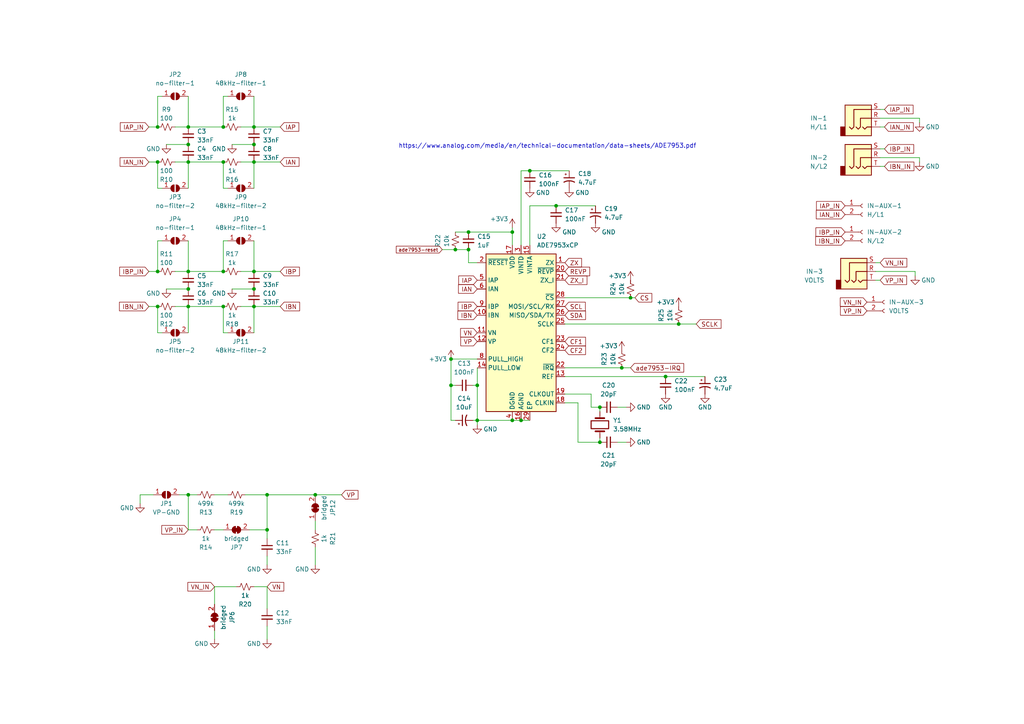
<source format=kicad_sch>
(kicad_sch (version 20211123) (generator eeschema)
  (paper "A4")
  (lib_symbols
    (symbol "Connector:AudioJack3"
      (property "Reference" "J" (at 0 8.89 0))
      (property "Value" "AudioJack3" (at 0 6.35 0))
      (symbol "AudioJack3_0_1"
        (rectangle (start -5.08 -5.08) (end -6.35 -2.54) (stroke (width 0.254)) (fill (type outline)))
        (polyline (pts (xy 0 -2.54) (xy 0.635 -3.175) (xy 1.27 -2.54) (xy 2.54 -2.54)) (stroke (width 0.254)))
        (polyline (pts (xy -1.905 -2.54) (xy -1.27 -3.175) (xy -0.635 -2.54) (xy -0.635 0) (xy 2.54 0)) (stroke (width 0.254)))
        (polyline (pts (xy 2.54 2.54) (xy -2.54 2.54) (xy -2.54 -2.54) (xy -3.175 -3.175) (xy -3.81 -2.54)) (stroke (width 0.254)))
        (rectangle (start 2.54 3.81) (end -5.08 -5.08) (stroke (width 0.254)) (fill (type background)))
      )
      (symbol "AudioJack3_1_1"
        (pin passive line (at 5.08 0 180) (length 2.54) (name "~") (number "R"))
        (pin passive line (at 5.08 2.54 180) (length 2.54) (name "~") (number "S"))
        (pin passive line (at 5.08 -2.54 180) (length 2.54) (name "~") (number "T"))
      )
    )
    (symbol "Connector:Conn_01x02_Female" (pin_names (offset 1.016) hide)
      (property "Reference" "J" (at 0 2.54 0))
      (property "Value" "Conn_01x02_Female" (at 0 -5.08 0))
      (symbol "Conn_01x02_Female_1_1"
        (arc (start 0 -2.032) (mid -0.508 -2.54) (end 0 -3.048) (stroke (width 0.1524)))
        (polyline (pts (xy -1.27 -2.54) (xy -0.508 -2.54)) (stroke (width 0.1524)))
        (polyline (pts (xy -1.27 0) (xy -0.508 0)) (stroke (width 0.1524)))
        (arc (start 0 0.508) (mid -0.508 0) (end 0 -0.508) (stroke (width 0.1524)))
        (pin passive line (at -5.08 0 0) (length 3.81) (name "Pin_1") (number "1"))
        (pin passive line (at -5.08 -2.54 0) (length 3.81) (name "Pin_2") (number "2"))
      )
    )
    (symbol "Device:C_Polarized_Small_US" (pin_numbers hide) (pin_names (offset 0.254) hide)
      (property "Reference" "C" (at 0.254 1.778 0))
      (property "Value" "C_Polarized_Small_US" (at 0.254 -2.032 0))
      (symbol "C_Polarized_Small_US_0_1"
        (polyline (pts (xy -1.524 0.508) (xy 1.524 0.508)) (stroke (width 0.3048)))
        (polyline (pts (xy -1.27 1.524) (xy -0.762 1.524)))
        (polyline (pts (xy -1.016 1.27) (xy -1.016 1.778)))
        (arc (start 1.524 -0.762) (mid 0 -0.3734) (end -1.524 -0.762) (stroke (width 0.3048)))
      )
      (symbol "C_Polarized_Small_US_1_1"
        (pin passive line (at 0 2.54 270) (length 2.032) (name "~") (number "1"))
        (pin passive line (at 0 -2.54 90) (length 2.032) (name "~") (number "2"))
      )
    )
    (symbol "Device:C_Small" (pin_numbers hide) (pin_names (offset 0.254) hide)
      (property "Reference" "C" (at 0.254 1.778 0))
      (property "Value" "C_Small" (at 0.254 -2.032 0))
      (symbol "C_Small_0_1"
        (polyline (pts (xy -1.524 -0.508) (xy 1.524 -0.508)) (stroke (width 0.3302)))
        (polyline (pts (xy -1.524 0.508) (xy 1.524 0.508)) (stroke (width 0.3048)))
      )
      (symbol "C_Small_1_1"
        (pin passive line (at 0 2.54 270) (length 2.032) (name "~") (number "1"))
        (pin passive line (at 0 -2.54 90) (length 2.032) (name "~") (number "2"))
      )
    )
    (symbol "Device:Crystal" (pin_numbers hide) (pin_names (offset 1.016) hide)
      (property "Reference" "Y" (at 0 3.81 0))
      (property "Value" "Crystal" (at 0 -3.81 0))
      (symbol "Crystal_0_1"
        (rectangle (start -1.143 2.54) (end 1.143 -2.54) (stroke (width 0.3048)))
        (polyline (pts (xy -2.54 0) (xy -1.905 0)))
        (polyline (pts (xy -1.905 -1.27) (xy -1.905 1.27)) (stroke (width 0.508)))
        (polyline (pts (xy 1.905 -1.27) (xy 1.905 1.27)) (stroke (width 0.508)))
        (polyline (pts (xy 2.54 0) (xy 1.905 0)))
      )
      (symbol "Crystal_1_1"
        (pin passive line (at -3.81 0 0) (length 1.27) (name "1") (number "1"))
        (pin passive line (at 3.81 0 180) (length 1.27) (name "2") (number "2"))
      )
    )
    (symbol "Device:R_Small_US" (pin_numbers hide) (pin_names (offset 0.254) hide)
      (property "Reference" "R" (at 0.762 0.508 0))
      (property "Value" "R_Small_US" (at 0.762 -1.016 0))
      (symbol "R_Small_US_1_1"
        (polyline (pts (xy 0 0) (xy 1.016 -0.381) (xy 0 -0.762) (xy -1.016 -1.143) (xy 0 -1.524)))
        (polyline (pts (xy 0 1.524) (xy 1.016 1.143) (xy 0 0.762) (xy -1.016 0.381) (xy 0 0)))
        (pin passive line (at 0 2.54 270) (length 1.016) (name "~") (number "1"))
        (pin passive line (at 0 -2.54 90) (length 1.016) (name "~") (number "2"))
      )
    )
    (symbol "Jumper:SolderJumper_2_Bridged" (pin_names (offset 0) hide)
      (property "Reference" "JP" (at 0 2.032 0))
      (property "Value" "SolderJumper_2_Bridged" (at 0 -2.54 0))
      (symbol "SolderJumper_2_Bridged_0_1"
        (rectangle (start -0.508 0.508) (end 0.508 -0.508) (fill (type outline)))
        (arc (start -0.254 1.016) (mid -1.27 0) (end -0.254 -1.016))
        (arc (start -0.254 1.016) (mid -1.27 0) (end -0.254 -1.016) (fill (type outline)))
        (polyline (pts (xy -0.254 1.016) (xy -0.254 -1.016)))
        (polyline (pts (xy 0.254 1.016) (xy 0.254 -1.016)))
        (arc (start 0.254 -1.016) (mid 1.27 0) (end 0.254 1.016))
        (arc (start 0.254 -1.016) (mid 1.27 0) (end 0.254 1.016) (fill (type outline)))
      )
      (symbol "SolderJumper_2_Bridged_1_1"
        (pin passive line (at -3.81 0 0) (length 2.54) (name "A") (number "1"))
        (pin passive line (at 3.81 0 180) (length 2.54) (name "B") (number "2"))
      )
    )
    (symbol "Jumper:SolderJumper_2_Open" (pin_names (offset 0) hide)
      (property "Reference" "JP" (at 0 2.032 0))
      (property "Value" "SolderJumper_2_Open" (at 0 -2.54 0))
      (symbol "SolderJumper_2_Open_0_1"
        (arc (start -0.254 1.016) (mid -1.27 0) (end -0.254 -1.016))
        (arc (start -0.254 1.016) (mid -1.27 0) (end -0.254 -1.016) (fill (type outline)))
        (polyline (pts (xy -0.254 1.016) (xy -0.254 -1.016)))
        (polyline (pts (xy 0.254 1.016) (xy 0.254 -1.016)))
        (arc (start 0.254 -1.016) (mid 1.27 0) (end 0.254 1.016))
        (arc (start 0.254 -1.016) (mid 1.27 0) (end 0.254 1.016) (fill (type outline)))
      )
      (symbol "SolderJumper_2_Open_1_1"
        (pin passive line (at -3.81 0 0) (length 2.54) (name "A") (number "1"))
        (pin passive line (at 3.81 0 180) (length 2.54) (name "B") (number "2"))
      )
    )
    (symbol "Sensor:ADE7953xCP"
      (property "Reference" "U1" (at 4.5594 27.94 0))
      (property "Value" "ADE7953xCP" (at 4.5594 25.4 0))
      (symbol "ADE7953xCP_0_1"
        (rectangle (start 10.16 -22.86) (end -10.16 22.86) (stroke (width 0.254)) (fill (type background)))
      )
      (symbol "ADE7953xCP_1_1"
        (pin output line (at 12.7 20.32 180) (length 2.54) (name "ZX") (number "1"))
        (pin input line (at -12.7 5.08 0) (length 2.54) (name "IBN") (number "10"))
        (pin input line (at -12.7 0 0) (length 2.54) (name "VN") (number "11"))
        (pin input line (at -12.7 -2.54 0) (length 2.54) (name "VP") (number "12"))
        (pin input line (at 12.7 -12.7 180) (length 2.54) (name "REF") (number "13"))
        (pin input line (at -12.7 -10.16 0) (length 2.54) (name "PULL_LOW") (number "14"))
        (pin power_out line (at 2.54 25.4 270) (length 2.54) (name "VINTA") (number "15"))
        (pin power_in line (at 0 -25.4 90) (length 2.54) (name "AGND") (number "16"))
        (pin power_in line (at -2.54 25.4 270) (length 2.54) (name "VDD") (number "17"))
        (pin input line (at 12.7 -20.32 180) (length 2.54) (name "CLKIN") (number "18"))
        (pin output line (at 12.7 -17.78 180) (length 2.54) (name "CLKOUT") (number "19"))
        (pin input line (at -12.7 20.32 0) (length 2.54) (name "~{RESET}") (number "2"))
        (pin output line (at 12.7 17.78 180) (length 2.54) (name "~{REVP}") (number "20"))
        (pin output line (at 12.7 15.24 180) (length 2.54) (name "ZX_I") (number "21"))
        (pin open_collector line (at 12.7 -10.16 180) (length 2.54) (name "~{IRQ}") (number "22"))
        (pin output line (at 12.7 -2.54 180) (length 2.54) (name "CF1") (number "23"))
        (pin output line (at 12.7 -5.08 180) (length 2.54) (name "CF2") (number "24"))
        (pin input line (at 12.7 2.54 180) (length 2.54) (name "SCLK") (number "25"))
        (pin bidirectional line (at 12.7 5.08 180) (length 2.54) (name "MISO/SDA/TX") (number "26"))
        (pin input line (at 12.7 7.62 180) (length 2.54) (name "MOSI/SCL/RX") (number "27"))
        (pin input line (at 12.7 10.16 180) (length 2.54) (name "~{CS}") (number "28"))
        (pin passive line (at 2.54 -25.4 90) (length 2.54) (name "EP") (number "29"))
        (pin power_out line (at 0 25.4 270) (length 2.54) (name "VINTD") (number "3"))
        (pin power_in line (at -2.54 -25.4 90) (length 2.54) (name "DGND") (number "4"))
        (pin input line (at -12.7 15.24 0) (length 2.54) (name "IAP") (number "5"))
        (pin input line (at -12.7 12.7 0) (length 2.54) (name "IAN") (number "6"))
        (pin input line (at -12.7 -7.62 0) (length 2.54) hide (name "PULL_HIGH") (number "7"))
        (pin input line (at -12.7 -7.62 0) (length 2.54) (name "PULL_HIGH") (number "8"))
        (pin input line (at -12.7 7.62 0) (length 2.54) (name "IBP") (number "9"))
      )
    )
    (symbol "power:+3.3V" (power) (pin_names (offset 0))
      (property "Value" "+3.3V" (at 0 3.556 0))
      (symbol "+3.3V_0_1"
        (polyline (pts (xy -0.762 1.27) (xy 0 2.54)))
        (polyline (pts (xy 0 0) (xy 0 2.54)))
        (polyline (pts (xy 0 2.54) (xy 0.762 1.27)))
      )
      (symbol "+3.3V_1_1"
        (pin power_in line (at 0 0 90) (length 0) hide (name "+3V3") (number "1"))
      )
    )
    (symbol "power:GND" (power) (pin_names (offset 0))
      (property "Value" "GND" (at 0 -3.81 0))
      (symbol "GND_0_1"
        (polyline (pts (xy 0 0) (xy 0 -1.27) (xy 1.27 -1.27) (xy 0 -2.54) (xy -1.27 -1.27) (xy 0 -1.27)))
      )
      (symbol "GND_1_1"
        (pin power_in line (at 0 0 270) (length 0) hide (name "GND") (number "1"))
      )
    )
  )
  (junction (at 173.99 118.11))
  (junction (at 45.72 88.9))
  (junction (at 91.44 143.51))
  (junction (at 54.61 41.91))
  (junction (at 45.72 46.99))
  (junction (at 161.29 59.69))
  (junction (at 64.77 36.83))
  (junction (at 151.13 121.92))
  (junction (at 193.04 109.22))
  (junction (at 130.81 104.14))
  (junction (at 45.72 78.74))
  (junction (at 64.77 88.9))
  (junction (at 54.61 78.74))
  (junction (at 182.88 86.36))
  (junction (at 64.77 46.99))
  (junction (at 135.89 67.31))
  (junction (at 73.66 36.83))
  (junction (at 196.85 93.98))
  (junction (at 54.61 46.99))
  (junction (at 54.61 36.83))
  (junction (at 54.61 83.82))
  (junction (at 54.61 88.9))
  (junction (at 132.08 72.39))
  (junction (at 138.43 111.76))
  (junction (at 180.34 106.68))
  (junction (at 130.81 111.76))
  (junction (at 64.77 78.74))
  (junction (at 73.66 88.9))
  (junction (at 148.59 67.31))
  (junction (at 73.66 46.99))
  (junction (at 73.66 41.91))
  (junction (at 153.67 49.53))
  (junction (at 73.66 78.74))
  (junction (at 135.89 72.39))
  (junction (at 148.59 121.92))
  (junction (at 54.61 143.51))
  (junction (at 138.43 121.92))
  (junction (at 77.47 143.51))
  (junction (at 173.99 128.27))
  (junction (at 45.72 36.83))
  (junction (at 73.66 83.82))
  (junction (at 77.47 153.67))
  (wire (pts (xy 64.77 27.94) (xy 64.77 36.83)))
  (wire (pts (xy 265.43 78.74) (xy 254 78.74)))
  (wire (pts (xy 193.04 109.22) (xy 204.47 109.22)))
  (wire (pts (xy 135.89 76.2) (xy 135.89 72.39)))
  (wire (pts (xy 43.18 36.83) (xy 45.72 36.83)))
  (wire (pts (xy 148.59 66.04) (xy 148.59 67.31)))
  (wire (pts (xy 77.47 143.51) (xy 91.44 143.51)))
  (wire (pts (xy 73.66 69.85) (xy 73.66 78.74)))
  (wire (pts (xy 151.13 71.12) (xy 151.13 49.53)))
  (wire (pts (xy 54.61 27.94) (xy 54.61 36.83)))
  (wire (pts (xy 130.81 104.14) (xy 130.81 111.76)))
  (wire (pts (xy 91.44 151.13) (xy 91.44 153.67)))
  (wire (pts (xy 163.83 109.22) (xy 193.04 109.22)))
  (wire (pts (xy 254 81.28) (xy 255.27 81.28)))
  (wire (pts (xy 138.43 111.76) (xy 138.43 121.92)))
  (wire (pts (xy 81.28 88.9) (xy 73.66 88.9)))
  (wire (pts (xy 54.61 88.9) (xy 64.77 88.9)))
  (wire (pts (xy 73.66 170.18) (xy 77.47 170.18)))
  (wire (pts (xy 182.88 86.36) (xy 163.83 86.36)))
  (wire (pts (xy 153.67 121.92) (xy 151.13 121.92)))
  (wire (pts (xy 163.83 114.3) (xy 171.45 114.3)))
  (wire (pts (xy 43.18 88.9) (xy 45.72 88.9)))
  (wire (pts (xy 256.54 43.18) (xy 255.27 43.18)))
  (wire (pts (xy 148.59 67.31) (xy 148.59 71.12)))
  (wire (pts (xy 138.43 121.92) (xy 138.43 123.19)))
  (wire (pts (xy 69.85 78.74) (xy 73.66 78.74)))
  (wire (pts (xy 48.26 41.91) (xy 54.61 41.91)))
  (wire (pts (xy 66.04 69.85) (xy 64.77 69.85)))
  (wire (pts (xy 67.31 83.82) (xy 73.66 83.82)))
  (wire (pts (xy 132.08 72.39) (xy 135.89 72.39)))
  (wire (pts (xy 46.99 69.85) (xy 45.72 69.85)))
  (wire (pts (xy 45.72 27.94) (xy 45.72 36.83)))
  (wire (pts (xy 46.99 96.52) (xy 45.72 96.52)))
  (wire (pts (xy 69.85 88.9) (xy 73.66 88.9)))
  (wire (pts (xy 151.13 49.53) (xy 153.67 49.53)))
  (wire (pts (xy 43.18 78.74) (xy 45.72 78.74)))
  (wire (pts (xy 73.66 27.94) (xy 73.66 36.83)))
  (wire (pts (xy 255.27 34.29) (xy 266.7 34.29)))
  (wire (pts (xy 54.61 153.67) (xy 54.61 143.51)))
  (wire (pts (xy 62.23 153.67) (xy 64.77 153.67)))
  (wire (pts (xy 40.64 143.51) (xy 40.64 146.05)))
  (wire (pts (xy 256.54 31.75) (xy 255.27 31.75)))
  (wire (pts (xy 153.67 49.53) (xy 165.1 49.53)))
  (wire (pts (xy 130.81 121.92) (xy 132.08 121.92)))
  (wire (pts (xy 77.47 153.67) (xy 77.47 156.21)))
  (wire (pts (xy 52.07 143.51) (xy 54.61 143.51)))
  (wire (pts (xy 266.7 46.99) (xy 266.7 45.72)))
  (wire (pts (xy 171.45 118.11) (xy 173.99 118.11)))
  (wire (pts (xy 48.26 83.82) (xy 54.61 83.82)))
  (wire (pts (xy 138.43 121.92) (xy 137.16 121.92)))
  (wire (pts (xy 69.85 46.99) (xy 73.66 46.99)))
  (wire (pts (xy 54.61 69.85) (xy 54.61 78.74)))
  (wire (pts (xy 163.83 116.84) (xy 167.64 116.84)))
  (wire (pts (xy 138.43 111.76) (xy 137.16 111.76)))
  (wire (pts (xy 266.7 45.72) (xy 255.27 45.72)))
  (wire (pts (xy 66.04 96.52) (xy 64.77 96.52)))
  (wire (pts (xy 64.77 96.52) (xy 64.77 88.9)))
  (wire (pts (xy 138.43 106.68) (xy 138.43 111.76)))
  (wire (pts (xy 91.44 158.75) (xy 91.44 163.83)))
  (wire (pts (xy 132.08 111.76) (xy 130.81 111.76)))
  (wire (pts (xy 201.93 93.98) (xy 196.85 93.98)))
  (wire (pts (xy 54.61 46.99) (xy 64.77 46.99)))
  (wire (pts (xy 45.72 96.52) (xy 45.72 88.9)))
  (wire (pts (xy 151.13 121.92) (xy 148.59 121.92)))
  (wire (pts (xy 73.66 88.9) (xy 73.66 96.52)))
  (wire (pts (xy 153.67 59.69) (xy 153.67 71.12)))
  (wire (pts (xy 266.7 35.56) (xy 266.7 34.29)))
  (wire (pts (xy 46.99 54.61) (xy 45.72 54.61)))
  (wire (pts (xy 182.88 106.68) (xy 180.34 106.68)))
  (wire (pts (xy 54.61 46.99) (xy 54.61 54.61)))
  (wire (pts (xy 130.81 104.14) (xy 138.43 104.14)))
  (wire (pts (xy 167.64 116.84) (xy 167.64 128.27)))
  (wire (pts (xy 67.31 41.91) (xy 73.66 41.91)))
  (wire (pts (xy 69.85 36.83) (xy 73.66 36.83)))
  (wire (pts (xy 135.89 67.31) (xy 148.59 67.31)))
  (wire (pts (xy 130.81 111.76) (xy 130.81 121.92)))
  (wire (pts (xy 71.12 143.51) (xy 77.47 143.51)))
  (wire (pts (xy 77.47 143.51) (xy 77.47 153.67)))
  (wire (pts (xy 148.59 121.92) (xy 138.43 121.92)))
  (wire (pts (xy 66.04 27.94) (xy 64.77 27.94)))
  (wire (pts (xy 153.67 59.69) (xy 161.29 59.69)))
  (wire (pts (xy 50.8 46.99) (xy 54.61 46.99)))
  (wire (pts (xy 50.8 78.74) (xy 54.61 78.74)))
  (wire (pts (xy 44.45 143.51) (xy 40.64 143.51)))
  (wire (pts (xy 46.99 27.94) (xy 45.72 27.94)))
  (wire (pts (xy 138.43 76.2) (xy 135.89 76.2)))
  (wire (pts (xy 132.08 67.31) (xy 135.89 67.31)))
  (wire (pts (xy 73.66 46.99) (xy 73.66 54.61)))
  (wire (pts (xy 57.15 153.67) (xy 54.61 153.67)))
  (wire (pts (xy 255.27 76.2) (xy 254 76.2)))
  (wire (pts (xy 62.23 170.18) (xy 68.58 170.18)))
  (wire (pts (xy 91.44 143.51) (xy 99.06 143.51)))
  (wire (pts (xy 128.27 72.39) (xy 132.08 72.39)))
  (wire (pts (xy 163.83 106.68) (xy 180.34 106.68)))
  (wire (pts (xy 179.07 118.11) (xy 181.61 118.11)))
  (wire (pts (xy 66.04 54.61) (xy 64.77 54.61)))
  (wire (pts (xy 77.47 181.61) (xy 77.47 185.42)))
  (wire (pts (xy 173.99 118.11) (xy 173.99 119.38)))
  (wire (pts (xy 171.45 114.3) (xy 171.45 118.11)))
  (wire (pts (xy 50.8 36.83) (xy 54.61 36.83)))
  (wire (pts (xy 54.61 143.51) (xy 57.15 143.51)))
  (wire (pts (xy 81.28 78.74) (xy 73.66 78.74)))
  (wire (pts (xy 77.47 170.18) (xy 77.47 176.53)))
  (wire (pts (xy 256.54 36.83) (xy 255.27 36.83)))
  (wire (pts (xy 62.23 182.88) (xy 62.23 185.42)))
  (wire (pts (xy 77.47 161.29) (xy 77.47 163.83)))
  (wire (pts (xy 179.07 128.27) (xy 181.61 128.27)))
  (wire (pts (xy 62.23 175.26) (xy 62.23 170.18)))
  (wire (pts (xy 167.64 128.27) (xy 173.99 128.27)))
  (wire (pts (xy 64.77 54.61) (xy 64.77 46.99)))
  (wire (pts (xy 54.61 88.9) (xy 54.61 96.52)))
  (wire (pts (xy 72.39 153.67) (xy 77.47 153.67)))
  (wire (pts (xy 265.43 80.01) (xy 265.43 78.74)))
  (wire (pts (xy 54.61 36.83) (xy 64.77 36.83)))
  (wire (pts (xy 54.61 78.74) (xy 64.77 78.74)))
  (wire (pts (xy 173.99 127) (xy 173.99 128.27)))
  (wire (pts (xy 64.77 69.85) (xy 64.77 78.74)))
  (wire (pts (xy 161.29 59.69) (xy 172.72 59.69)))
  (wire (pts (xy 184.15 86.36) (xy 182.88 86.36)))
  (wire (pts (xy 81.28 46.99) (xy 73.66 46.99)))
  (wire (pts (xy 255.27 48.26) (xy 256.54 48.26)))
  (wire (pts (xy 50.8 88.9) (xy 54.61 88.9)))
  (wire (pts (xy 43.18 46.99) (xy 45.72 46.99)))
  (wire (pts (xy 196.85 93.98) (xy 163.83 93.98)))
  (wire (pts (xy 62.23 143.51) (xy 66.04 143.51)))
  (wire (pts (xy 45.72 69.85) (xy 45.72 78.74)))
  (wire (pts (xy 81.28 36.83) (xy 73.66 36.83)))
  (wire (pts (xy 45.72 54.61) (xy 45.72 46.99)))
  (text "https://www.analog.com/media/en/technical-documentation/data-sheets/ADE7953.pdf\n" (at 115.57 43.18 0) (effects (font (size 1.27 1.27)) (justify left bottom)))
  (global_label "REVP" (shape input) (at 163.83 78.74 0) (property "Intersheet References" "${INTERSHEET_REFS}" (effects hide)))
  (global_label "IBN_IN" (shape input) (at 256.54 48.26 0) (property "Intersheet References" "${INTERSHEET_REFS}" (effects hide)))
  (global_label "VN_IN" (shape input) (at 62.23 170.18 180) (property "Intersheet References" "${INTERSHEET_REFS}" (effects hide)))
  (global_label "IBN" (shape input) (at 81.28 88.9 0) (property "Intersheet References" "${INTERSHEET_REFS}" (effects hide)))
  (global_label "IBP" (shape input) (at 81.28 78.74 0) (property "Intersheet References" "${INTERSHEET_REFS}" (effects hide)))
  (global_label "IAN_IN" (shape input) (at 43.18 46.99 180) (property "Intersheet References" "${INTERSHEET_REFS}" (effects hide)))
  (global_label "IBP_IN" (shape input) (at 245.11 67.31 180) (property "Intersheet References" "${INTERSHEET_REFS}" (effects hide)))
  (global_label "VP" (shape input) (at 99.06 143.51 0) (property "Intersheet References" "${INTERSHEET_REFS}" (effects hide)))
  (global_label "VN_IN" (shape input) (at 255.27 76.2 0) (property "Intersheet References" "${INTERSHEET_REFS}" (effects hide)))
  (global_label "IAP_IN" (shape input) (at 245.11 59.69 180) (property "Intersheet References" "${INTERSHEET_REFS}" (effects hide)))
  (global_label "SCL" (shape input) (at 163.83 88.9 0) (property "Intersheet References" "${INTERSHEET_REFS}" (effects hide)))
  (global_label "ade7953-IRQ" (shape input) (at 182.88 106.68 0) (property "Intersheet References" "${INTERSHEET_REFS}" (effects hide)))
  (global_label "VP" (shape input) (at 138.43 99.06 180) (property "Intersheet References" "${INTERSHEET_REFS}" (effects hide)))
  (global_label "IAN" (shape input) (at 138.43 83.82 180) (property "Intersheet References" "${INTERSHEET_REFS}" (effects hide)))
  (global_label "VP_IN" (shape input) (at 54.61 153.67 180) (property "Intersheet References" "${INTERSHEET_REFS}" (effects hide)))
  (global_label "IAP_IN" (shape input) (at 43.18 36.83 180) (property "Intersheet References" "${INTERSHEET_REFS}" (effects hide)))
  (global_label "IBN_IN" (shape input) (at 245.11 69.85 180) (property "Intersheet References" "${INTERSHEET_REFS}" (effects hide)))
  (global_label "VP_IN" (shape input) (at 251.46 90.17 180) (property "Intersheet References" "${INTERSHEET_REFS}" (effects hide)))
  (global_label "SCLK" (shape input) (at 201.93 93.98 0) (property "Intersheet References" "${INTERSHEET_REFS}" (effects hide)))
  (global_label "VN_IN" (shape input) (at 251.46 87.63 180) (property "Intersheet References" "${INTERSHEET_REFS}" (effects hide)))
  (global_label "CF1" (shape input) (at 163.83 99.06 0) (property "Intersheet References" "${INTERSHEET_REFS}" (effects hide)))
  (global_label "IAP" (shape input) (at 81.28 36.83 0) (property "Intersheet References" "${INTERSHEET_REFS}" (effects hide)))
  (global_label "VP_IN" (shape input) (at 255.27 81.28 0) (property "Intersheet References" "${INTERSHEET_REFS}" (effects hide)))
  (global_label "IAN_IN" (shape input) (at 245.11 62.23 180) (property "Intersheet References" "${INTERSHEET_REFS}" (effects hide)))
  (global_label "IAP_IN" (shape input) (at 256.54 31.75 0) (property "Intersheet References" "${INTERSHEET_REFS}" (effects hide)))
  (global_label "ZX" (shape input) (at 163.83 76.2 0) (property "Intersheet References" "${INTERSHEET_REFS}" (effects hide)))
  (global_label "CS" (shape input) (at 184.15 86.36 0) (property "Intersheet References" "${INTERSHEET_REFS}" (effects hide)))
  (global_label "IAP" (shape input) (at 138.43 81.28 180) (property "Intersheet References" "${INTERSHEET_REFS}" (effects hide)))
  (global_label "IBN" (shape input) (at 138.43 91.44 180) (property "Intersheet References" "${INTERSHEET_REFS}" (effects hide)))
  (global_label "SDA" (shape input) (at 163.83 91.44 0) (property "Intersheet References" "${INTERSHEET_REFS}" (effects hide)))
  (global_label "IAN_IN" (shape input) (at 256.54 36.83 0) (property "Intersheet References" "${INTERSHEET_REFS}" (effects hide)))
  (global_label "ZX_I" (shape input) (at 163.83 81.28 0) (property "Intersheet References" "${INTERSHEET_REFS}" (effects hide)))
  (global_label "VN" (shape input) (at 77.47 170.18 0) (property "Intersheet References" "${INTERSHEET_REFS}" (effects hide)))
  (global_label "ade7953-reset" (shape input) (at 128.27 72.39 180) (effects (font (size 1 1))) (property "Intersheet References" "${INTERSHEET_REFS}" (effects hide)))
  (global_label "IBP_IN" (shape input) (at 43.18 78.74 180) (property "Intersheet References" "${INTERSHEET_REFS}" (effects hide)))
  (global_label "IBN_IN" (shape input) (at 43.18 88.9 180) (property "Intersheet References" "${INTERSHEET_REFS}" (effects hide)))
  (global_label "VN" (shape input) (at 138.43 96.52 180) (property "Intersheet References" "${INTERSHEET_REFS}" (effects hide)))
  (global_label "IAN" (shape input) (at 81.28 46.99 0) (property "Intersheet References" "${INTERSHEET_REFS}" (effects hide)))
  (global_label "IBP" (shape input) (at 138.43 88.9 180) (property "Intersheet References" "${INTERSHEET_REFS}" (effects hide)))
  (global_label "CF2" (shape input) (at 163.83 101.6 0) (property "Intersheet References" "${INTERSHEET_REFS}" (effects hide)))
  (global_label "IBP_IN" (shape input) (at 256.54 43.18 0) (property "Intersheet References" "${INTERSHEET_REFS}" (effects hide)))
  (symbol (lib_id "Device:C_Small") (at 153.67 52.07 0) (unit 1)
    (property "Reference" "C16" (at 156.21 50.8062 0) (effects (justify left)))
    (property "Value" "100nF" (at 156.21 53.3462 0) (effects (justify left)))
    (property "Footprint" "LED_SMD:LED_0603_1608Metric" (effects hide))
    (property "JLCPCB Part #" "C14663" (effects hide))
  )
  (symbol (lib_id "Device:C_Polarized_Small_US") (at 165.1 52.07 0) (unit 1)
    (property "Reference" "C18" (at 167.64 50.3681 0) (effects (justify left)))
    (property "Value" "4.7uF" (at 167.64 52.9081 0) (effects (justify left)))
    (property "Footprint" "Capacitor_THT:CP_Radial_D5.0mm_P2.00mm" (effects hide))
    (property "JLCPCB Part #" "C88759" (effects hide))
  )
  (symbol (lib_id "Device:R_Small_US") (at 67.31 78.74 90) (unit 1)
    (property "Reference" "R17" (at 67.31 73.66 90))
    (property "Value" "1k" (at 67.31 76.2 90))
    (property "Footprint" "Resistor_SMD:R_0603_1608Metric" (effects hide))
    (property "JLCPCB Part #" "C21190" (effects hide))
  )
  (symbol (lib_id "Device:C_Small") (at 176.53 118.11 90) (unit 1)
    (property "Reference" "C20" (at 176.5363 111.76 90))
    (property "Value" "20pF" (at 176.5363 114.3 90))
    (property "Footprint" "LED_SMD:LED_0603_1608Metric" (effects hide))
    (property "JLCPCB Part #" "C1648" (effects hide))
  )
  (symbol (lib_id "power:GND") (at 153.67 54.61 0) (unit 1)
    (property "Reference" "#PWR0145" (effects hide))
    (property "Value" "GND" (at 157.48 55.88 0))
  )
  (symbol (lib_id "power:GND") (at 48.26 83.82 0) (unit 1)
    (property "Reference" "#PWR0137" (effects hide))
    (property "Value" "GND" (at 44.45 85.09 0))
  )
  (symbol (lib_id "Device:C_Polarized_Small_US") (at 172.72 62.23 0) (unit 1)
    (property "Reference" "C19" (at 175.26 60.5281 0) (effects (justify left)))
    (property "Value" "4.7uF" (at 175.26 63.0681 0) (effects (justify left)))
    (property "Footprint" "Capacitor_THT:CP_Radial_D5.0mm_P2.00mm" (effects hide))
    (property "JLCPCB Part #" "C88759" (effects hide))
  )
  (symbol (lib_id "Device:C_Polarized_Small_US") (at 134.62 121.92 90) (unit 1)
    (property "Reference" "C14" (at 134.62 115.57 90))
    (property "Value" "10uF" (at 134.62 118.11 90))
    (property "Footprint" "Capacitor_THT:CP_Radial_D5.0mm_P2.00mm" (effects hide))
    (property "JLCPCB Part #" "C88726" (effects hide))
  )
  (symbol (lib_id "Jumper:SolderJumper_2_Bridged") (at 91.44 147.32 90) (unit 1)
    (property "Reference" "JP12" (at 96.52 147.32 0))
    (property "Value" "bridged" (at 93.98 147.32 0))
    (property "Footprint" "Jumper:SolderJumper-2_P1.3mm_Bridged_RoundedPad1.0x1.5mm" (effects hide))
  )
  (symbol (lib_id "power:GND") (at 77.47 185.42 0) (unit 1)
    (property "Reference" "#PWR0133" (effects hide))
    (property "Value" "GND" (at 73.66 186.69 0))
  )
  (symbol (lib_id "power:GND") (at 40.64 146.05 0) (unit 1)
    (property "Reference" "#PWR0135" (effects hide))
    (property "Value" "GND" (at 36.83 147.32 0))
  )
  (symbol (lib_id "Device:C_Small") (at 73.66 86.36 0) (unit 1)
    (property "Reference" "C10" (at 76.2 85.0962 0) (effects (justify left)))
    (property "Value" "33nF" (at 76.2 87.6362 0) (effects (justify left)))
    (property "Footprint" "LED_SMD:LED_0603_1608Metric" (effects hide))
    (property "JLCPCB Part #" "C21117" (effects hide))
  )
  (symbol (lib_id "Device:R_Small_US") (at 59.69 153.67 270) (unit 1)
    (property "Reference" "R14" (at 59.69 158.75 90))
    (property "Value" "1k" (at 59.69 156.21 90))
    (property "Footprint" "Resistor_SMD:R_0603_1608Metric" (effects hide))
    (property "JLCPCB Part #" "C21190" (effects hide))
  )
  (symbol (lib_id "Jumper:SolderJumper_2_Open") (at 69.85 69.85 0) (unit 1)
    (property "Reference" "JP10" (at 69.85 63.5 0))
    (property "Value" "48kHz-filter-1" (at 69.85 66.04 0))
    (property "Footprint" "Jumper:SolderJumper-2_P1.3mm_Open_RoundedPad1.0x1.5mm" (effects hide))
  )
  (symbol (lib_id "Device:R_Small_US") (at 132.08 69.85 180) (unit 1)
    (property "Reference" "R22" (at 127 69.85 90))
    (property "Value" "10k" (at 129.54 69.85 90))
    (property "Footprint" "Resistor_SMD:R_0603_1608Metric" (effects hide))
    (property "JLCPCB Part #" "C25804" (effects hide))
  )
  (symbol (lib_id "Connector:AudioJack3") (at 250.19 45.72 0) (unit 1)
    (property "Reference" "IN-2" (at 237.49 45.72 0))
    (property "Value" "N/L2" (at 237.49 48.26 0))
    (property "Footprint" "Connector_Audio:Jack_3.5mm_CUI_SJ1-3525N_Horizontal" (effects hide))
    (property "JLCPCB Part #" "C692542" (effects hide))
  )
  (symbol (lib_id "Device:C_Small") (at 73.66 81.28 0) (unit 1)
    (property "Reference" "C9" (at 76.2 80.0162 0) (effects (justify left)))
    (property "Value" "33nF" (at 76.2 82.5562 0) (effects (justify left)))
    (property "Footprint" "LED_SMD:LED_0603_1608Metric" (effects hide))
    (property "JLCPCB Part #" "C21117" (effects hide))
  )
  (symbol (lib_id "power:GND") (at 67.31 41.91 0) (unit 1)
    (property "Reference" "#PWR0130" (effects hide))
    (property "Value" "GND" (at 63.5 43.18 0))
  )
  (symbol (lib_id "power:+3.3V") (at 196.85 88.9 0) (unit 1)
    (property "Reference" "#PWR0154" (effects hide))
    (property "Value" "+3.3V" (at 193.04 87.63 0))
  )
  (symbol (lib_id "Device:R_Small_US") (at 67.31 88.9 270) (unit 1)
    (property "Reference" "R18" (at 67.31 93.98 90))
    (property "Value" "1k" (at 67.31 91.44 90))
    (property "Footprint" "Resistor_SMD:R_0603_1608Metric" (effects hide))
    (property "JLCPCB Part #" "C21190" (effects hide))
  )
  (symbol (lib_id "power:GND") (at 204.47 114.3 0) (unit 1)
    (property "Reference" "#PWR0149" (effects hide))
    (property "Value" "GND" (at 204.47 118.11 0))
  )
  (symbol (lib_id "Connector:Conn_01x02_Female") (at 256.54 87.63 0) (unit 1)
    (property "Reference" "IN-AUX-3" (at 257.81 87.6299 0) (effects (justify left)))
    (property "Value" "VOLTS" (at 257.81 90.1699 0) (effects (justify left)))
    (property "Footprint" "Connector_PinHeader_2.54mm:PinHeader_1x02_P2.54mm_Vertical" (effects hide))
  )
  (symbol (lib_id "Device:C_Small") (at 54.61 44.45 0) (unit 1)
    (property "Reference" "C4" (at 57.15 43.1862 0) (effects (justify left)))
    (property "Value" "33nF" (at 57.15 45.7262 0) (effects (justify left)))
    (property "Footprint" "LED_SMD:LED_0603_1608Metric" (effects hide))
    (property "JLCPCB Part #" "C21117" (effects hide))
  )
  (symbol (lib_id "power:GND") (at 266.7 35.56 0) (unit 1)
    (property "Reference" "#PWR0138" (effects hide))
    (property "Value" "GND" (at 270.51 36.83 0))
  )
  (symbol (lib_id "Device:C_Small") (at 161.29 62.23 0) (unit 1)
    (property "Reference" "C17" (at 163.83 60.9662 0) (effects (justify left)))
    (property "Value" "100nF" (at 163.83 63.5062 0) (effects (justify left)))
    (property "Footprint" "LED_SMD:LED_0603_1608Metric" (effects hide))
    (property "JLCPCB Part #" "C14663" (effects hide))
  )
  (symbol (lib_id "Device:C_Small") (at 54.61 81.28 0) (unit 1)
    (property "Reference" "C5" (at 57.15 80.0162 0) (effects (justify left)))
    (property "Value" "33nF" (at 57.15 82.5562 0) (effects (justify left)))
    (property "Footprint" "LED_SMD:LED_0603_1608Metric" (effects hide))
    (property "JLCPCB Part #" "C21117" (effects hide))
  )
  (symbol (lib_id "power:+3.3V") (at 182.88 81.28 0) (unit 1)
    (property "Reference" "#PWR0146" (effects hide))
    (property "Value" "+3.3V" (at 179.07 80.01 0))
  )
  (symbol (lib_id "Device:Crystal") (at 173.99 123.19 90) (unit 1)
    (property "Reference" "Y1" (at 177.8 121.9199 90) (effects (justify right)))
    (property "Value" "3.58MHz" (at 177.8 124.4599 90) (effects (justify right)))
    (property "Footprint" "Crystal:Crystal_HC49-4H_Vertical" (effects hide))
    (property "JLCPCB Part #" "C2826865" (effects hide))
  )
  (symbol (lib_id "power:GND") (at 181.61 118.11 90) (unit 1)
    (property "Reference" "#PWR0150" (effects hide))
    (property "Value" "GND" (at 186.69 118.11 90))
  )
  (symbol (lib_id "Connector:Conn_01x02_Female") (at 250.19 59.69 0) (unit 1)
    (property "Reference" "IN-AUX-1" (at 251.46 59.6899 0) (effects (justify left)))
    (property "Value" "H/L1" (at 251.46 62.2299 0) (effects (justify left)))
    (property "Footprint" "Connector_PinHeader_2.54mm:PinHeader_1x02_P2.54mm_Vertical" (effects hide))
  )
  (symbol (lib_id "Device:R_Small_US") (at 67.31 46.99 270) (unit 1)
    (property "Reference" "R16" (at 67.31 52.07 90))
    (property "Value" "1k" (at 67.31 49.53 90))
    (property "Footprint" "Resistor_SMD:R_0603_1608Metric" (effects hide))
    (property "JLCPCB Part #" "C21190" (effects hide))
  )
  (symbol (lib_id "Device:R_Small_US") (at 67.31 36.83 90) (unit 1)
    (property "Reference" "R15" (at 67.31 31.75 90))
    (property "Value" "1k" (at 67.31 34.29 90))
    (property "Footprint" "Resistor_SMD:R_0603_1608Metric" (effects hide))
    (property "JLCPCB Part #" "C21190" (effects hide))
  )
  (symbol (lib_id "Jumper:SolderJumper_2_Open") (at 69.85 27.94 0) (unit 1)
    (property "Reference" "JP8" (at 69.85 21.59 0))
    (property "Value" "48kHz-filter-1" (at 69.85 24.13 0))
    (property "Footprint" "Jumper:SolderJumper-2_P1.3mm_Open_RoundedPad1.0x1.5mm" (effects hide))
  )
  (symbol (lib_id "power:GND") (at 181.61 128.27 90) (unit 1)
    (property "Reference" "#PWR0152" (effects hide))
    (property "Value" "GND" (at 186.69 128.27 90))
  )
  (symbol (lib_id "Device:C_Small") (at 134.62 111.76 90) (unit 1)
    (property "Reference" "C13" (at 134.6263 105.41 90))
    (property "Value" "100nF" (at 134.6263 107.95 90))
    (property "Footprint" "LED_SMD:LED_0603_1608Metric" (effects hide))
    (property "JLCPCB Part #" "C14663" (effects hide))
  )
  (symbol (lib_id "Device:R_Small_US") (at 68.58 143.51 270) (unit 1)
    (property "Reference" "R19" (at 68.58 148.59 90))
    (property "Value" "499k" (at 68.58 146.05 90))
    (property "Footprint" "Resistor_SMD:R_0603_1608Metric" (effects hide))
    (property "JLCPCB Part #" "C131054" (effects hide))
  )
  (symbol (lib_id "Jumper:SolderJumper_2_Open") (at 69.85 96.52 0) (unit 1)
    (property "Reference" "JP11" (at 69.85 99.06 0))
    (property "Value" "48kHz-filter-2" (at 69.85 101.6 0))
    (property "Footprint" "Jumper:SolderJumper-2_P1.3mm_Open_RoundedPad1.0x1.5mm" (effects hide))
  )
  (symbol (lib_id "Jumper:SolderJumper_2_Open") (at 69.85 54.61 0) (unit 1)
    (property "Reference" "JP9" (at 69.85 57.15 0))
    (property "Value" "48kHz-filter-2" (at 69.85 59.69 0))
    (property "Footprint" "Jumper:SolderJumper-2_P1.3mm_Open_RoundedPad1.0x1.5mm" (effects hide))
  )
  (symbol (lib_id "Device:R_Small_US") (at 91.44 156.21 0) (unit 1)
    (property "Reference" "R21" (at 96.52 156.21 90))
    (property "Value" "1k" (at 93.98 156.21 90))
    (property "Footprint" "Resistor_SMD:R_0603_1608Metric" (effects hide))
    (property "JLCPCB Part #" "C21190" (effects hide))
  )
  (symbol (lib_id "power:GND") (at 165.1 54.61 0) (unit 1)
    (property "Reference" "#PWR0144" (effects hide))
    (property "Value" "GND" (at 168.91 55.88 0))
  )
  (symbol (lib_id "Connector:AudioJack3") (at 248.92 78.74 0) (unit 1)
    (property "Reference" "IN-3" (at 236.22 78.74 0))
    (property "Value" "VOLTS" (at 236.22 81.28 0))
    (property "Footprint" "Connector_Audio:Jack_3.5mm_CUI_SJ1-3525N_Horizontal" (effects hide))
    (property "JLCPCB Part #" "C692542" (effects hide))
  )
  (symbol (lib_id "power:GND") (at 161.29 64.77 0) (unit 1)
    (property "Reference" "#PWR0141" (effects hide))
    (property "Value" "GND" (at 165.1 67.31 0))
  )
  (symbol (lib_id "Device:C_Small") (at 193.04 111.76 0) (unit 1)
    (property "Reference" "C22" (at 195.58 110.4962 0) (effects (justify left)))
    (property "Value" "100nF" (at 195.58 113.0362 0) (effects (justify left)))
    (property "Footprint" "LED_SMD:LED_0603_1608Metric" (effects hide))
    (property "JLCPCB Part #" "C14663" (effects hide))
  )
  (symbol (lib_id "Device:R_Small_US") (at 196.85 91.44 180) (unit 1)
    (property "Reference" "R25" (at 191.77 91.44 90))
    (property "Value" "10k" (at 194.31 91.44 90))
    (property "Footprint" "Resistor_SMD:R_0603_1608Metric" (effects hide))
    (property "JLCPCB Part #" "C25804" (effects hide))
  )
  (symbol (lib_id "Device:R_Small_US") (at 48.26 36.83 90) (unit 1)
    (property "Reference" "R9" (at 48.26 31.75 90))
    (property "Value" "100" (at 48.26 34.29 90))
    (property "Footprint" "Resistor_SMD:R_0603_1608Metric" (effects hide))
    (property "JLCPCB Part #" "C22775" (effects hide))
  )
  (symbol (lib_id "Device:C_Small") (at 77.47 158.75 0) (unit 1)
    (property "Reference" "C11" (at 80.01 157.4862 0) (effects (justify left)))
    (property "Value" "33nF" (at 80.01 160.0262 0) (effects (justify left)))
    (property "Footprint" "LED_SMD:LED_0603_1608Metric" (effects hide))
    (property "JLCPCB Part #" "C21117" (effects hide))
  )
  (symbol (lib_id "Sensor:ADE7953xCP") (at 151.13 96.52 0) (unit 1)
    (property "Reference" "U2" (at 155.6894 68.58 0) (effects (justify left)))
    (property "Value" "ADE7953xCP" (at 155.6894 71.12 0) (effects (justify left)))
    (property "Footprint" "Package_CSP:LFCSP-28-1EP_5x5mm_P0.5mm_EP3.14x3.14mm" (effects hide))
    (property "Datasheet" "https://www.analog.com/media/en/technical-documentation/data-sheets/ADE7953.pdf" (effects hide))
    (property "JLCPCB Part #" "C515890" (effects hide))
  )
  (symbol (lib_id "power:GND") (at 265.43 80.01 0) (unit 1)
    (property "Reference" "#PWR0140" (effects hide))
    (property "Value" "GND" (at 269.24 81.28 0))
  )
  (symbol (lib_id "Device:R_Small_US") (at 180.34 104.14 180) (unit 1)
    (property "Reference" "R23" (at 175.26 104.14 90))
    (property "Value" "10k" (at 177.8 104.14 90))
    (property "Footprint" "Resistor_SMD:R_0603_1608Metric" (effects hide))
    (property "JLCPCB Part #" "C25804" (effects hide))
  )
  (symbol (lib_id "power:GND") (at 266.7 46.99 0) (unit 1)
    (property "Reference" "#PWR0139" (effects hide))
    (property "Value" "GND" (at 270.51 48.26 0))
  )
  (symbol (lib_id "Connector:Conn_01x02_Female") (at 250.19 67.31 0) (unit 1)
    (property "Reference" "IN-AUX-2" (at 251.46 67.3099 0) (effects (justify left)))
    (property "Value" "N/L2" (at 251.46 69.8499 0) (effects (justify left)))
    (property "Footprint" "Connector_PinHeader_2.54mm:PinHeader_1x02_P2.54mm_Vertical" (effects hide))
  )
  (symbol (lib_id "power:GND") (at 172.72 64.77 0) (unit 1)
    (property "Reference" "#PWR0142" (effects hide))
    (property "Value" "GND" (at 176.53 67.31 0))
  )
  (symbol (lib_id "Device:C_Small") (at 54.61 39.37 0) (unit 1)
    (property "Reference" "C3" (at 57.15 38.1062 0) (effects (justify left)))
    (property "Value" "33nF" (at 57.15 40.6462 0) (effects (justify left)))
    (property "Footprint" "LED_SMD:LED_0603_1608Metric" (effects hide))
    (property "JLCPCB Part #" "C21117" (effects hide))
  )
  (symbol (lib_id "power:GND") (at 138.43 123.19 0) (unit 1)
    (property "Reference" "#PWR0148" (effects hide))
    (property "Value" "GND" (at 142.24 124.46 0))
  )
  (symbol (lib_id "Device:R_Small_US") (at 182.88 83.82 180) (unit 1)
    (property "Reference" "R24" (at 177.8 83.82 90))
    (property "Value" "10k" (at 180.34 83.82 90))
    (property "Footprint" "Resistor_SMD:R_0603_1608Metric" (effects hide))
    (property "JLCPCB Part #" "C25804" (effects hide))
  )
  (symbol (lib_id "power:GND") (at 48.26 41.91 0) (unit 1)
    (property "Reference" "#PWR0129" (effects hide))
    (property "Value" "GND" (at 44.45 43.18 0))
  )
  (symbol (lib_id "Device:R_Small_US") (at 48.26 78.74 90) (unit 1)
    (property "Reference" "R11" (at 48.26 73.66 90))
    (property "Value" "100" (at 48.26 76.2 90))
    (property "Footprint" "Resistor_SMD:R_0603_1608Metric" (effects hide))
    (property "JLCPCB Part #" "C22775" (effects hide))
  )
  (symbol (lib_id "power:GND") (at 62.23 185.42 0) (unit 1)
    (property "Reference" "#PWR0134" (effects hide))
    (property "Value" "GND" (at 58.42 186.69 0))
  )
  (symbol (lib_id "power:GND") (at 91.44 163.83 0) (unit 1)
    (property "Reference" "#PWR0131" (effects hide))
    (property "Value" "GND" (at 87.63 165.1 0))
  )
  (symbol (lib_id "Connector:AudioJack3") (at 250.19 34.29 0) (unit 1)
    (property "Reference" "IN-1" (at 237.49 34.29 0))
    (property "Value" "H/L1" (at 237.49 36.83 0))
    (property "Footprint" "Connector_Audio:Jack_3.5mm_CUI_SJ1-3525N_Horizontal" (effects hide))
    (property "JLCPCB Part #" "C692542" (effects hide))
  )
  (symbol (lib_id "Jumper:SolderJumper_2_Open") (at 50.8 96.52 0) (unit 1)
    (property "Reference" "JP5" (at 50.8 99.06 0))
    (property "Value" "no-filter-2" (at 50.8 101.6 0))
    (property "Footprint" "Jumper:SolderJumper-2_P1.3mm_Open_RoundedPad1.0x1.5mm" (effects hide))
  )
  (symbol (lib_id "Device:R_Small_US") (at 71.12 170.18 270) (unit 1)
    (property "Reference" "R20" (at 71.12 175.26 90))
    (property "Value" "1k" (at 71.12 172.72 90))
    (property "Footprint" "Resistor_SMD:R_0603_1608Metric" (effects hide))
    (property "JLCPCB Part #" "C21190" (effects hide))
  )
  (symbol (lib_id "Device:C_Small") (at 73.66 44.45 0) (unit 1)
    (property "Reference" "C8" (at 76.2 43.1862 0) (effects (justify left)))
    (property "Value" "33nF" (at 76.2 45.7262 0) (effects (justify left)))
    (property "Footprint" "LED_SMD:LED_0603_1608Metric" (effects hide))
    (property "JLCPCB Part #" "C21117" (effects hide))
  )
  (symbol (lib_id "power:GND") (at 77.47 163.83 0) (unit 1)
    (property "Reference" "#PWR0132" (effects hide))
    (property "Value" "GND" (at 73.66 165.1 0))
  )
  (symbol (lib_id "Device:R_Small_US") (at 48.26 88.9 270) (unit 1)
    (property "Reference" "R12" (at 48.26 93.98 90))
    (property "Value" "100" (at 48.26 91.44 90))
    (property "Footprint" "Resistor_SMD:R_0603_1608Metric" (effects hide))
    (property "JLCPCB Part #" "C22775" (effects hide))
  )
  (symbol (lib_id "power:+3.3V") (at 130.81 104.14 0) (unit 1)
    (property "Reference" "#PWR0147" (effects hide))
    (property "Value" "+3.3V" (at 127 104.14 0))
  )
  (symbol (lib_id "Device:C_Polarized_Small_US") (at 204.47 111.76 0) (unit 1)
    (property "Reference" "C23" (at 207.01 110.0581 0) (effects (justify left)))
    (property "Value" "4.7uF" (at 207.01 112.5981 0) (effects (justify left)))
    (property "Footprint" "Capacitor_THT:CP_Radial_D5.0mm_P2.00mm" (effects hide))
    (property "JLCPCB Part #" "C88759" (effects hide))
  )
  (symbol (lib_id "Device:C_Small") (at 77.47 179.07 0) (unit 1)
    (property "Reference" "C12" (at 80.01 177.8062 0) (effects (justify left)))
    (property "Value" "33nF" (at 80.01 180.3462 0) (effects (justify left)))
    (property "Footprint" "LED_SMD:LED_0603_1608Metric" (effects hide))
    (property "JLCPCB Part #" "C21117" (effects hide))
  )
  (symbol (lib_id "Jumper:SolderJumper_2_Bridged") (at 68.58 153.67 0) (unit 1)
    (property "Reference" "JP7" (at 68.58 158.75 0))
    (property "Value" "bridged" (at 68.58 156.21 0))
    (property "Footprint" "Jumper:SolderJumper-2_P1.3mm_Bridged_RoundedPad1.0x1.5mm" (effects hide))
  )
  (symbol (lib_id "power:GND") (at 193.04 114.3 0) (unit 1)
    (property "Reference" "#PWR0151" (effects hide))
    (property "Value" "GND" (at 193.04 118.11 0))
  )
  (symbol (lib_id "power:+3.3V") (at 180.34 101.6 0) (unit 1)
    (property "Reference" "#PWR0153" (effects hide))
    (property "Value" "+3.3V" (at 176.53 100.33 0))
  )
  (symbol (lib_id "Device:C_Small") (at 135.89 69.85 0) (unit 1)
    (property "Reference" "C15" (at 138.43 68.5862 0) (effects (justify left)))
    (property "Value" "1uF" (at 138.43 71.1262 0) (effects (justify left)))
    (property "Footprint" "LED_SMD:LED_0603_1608Metric" (effects hide))
    (property "JLCPCB Part #" "C15849" (effects hide))
  )
  (symbol (lib_id "Device:C_Small") (at 73.66 39.37 0) (unit 1)
    (property "Reference" "C7" (at 76.2 38.1062 0) (effects (justify left)))
    (property "Value" "33nF" (at 76.2 40.6462 0) (effects (justify left)))
    (property "Footprint" "LED_SMD:LED_0603_1608Metric" (effects hide))
    (property "JLCPCB Part #" "C21117" (effects hide))
  )
  (symbol (lib_id "Device:C_Small") (at 176.53 128.27 90) (unit 1)
    (property "Reference" "C21" (at 176.53 132.08 90))
    (property "Value" "20pF" (at 176.53 134.62 90))
    (property "Footprint" "LED_SMD:LED_0603_1608Metric" (effects hide))
    (property "JLCPCB Part #" "C1648" (effects hide))
  )
  (symbol (lib_id "power:GND") (at 67.31 83.82 0) (unit 1)
    (property "Reference" "#PWR0136" (effects hide))
    (property "Value" "GND" (at 63.5 85.09 0))
  )
  (symbol (lib_id "power:+3.3V") (at 148.59 66.04 0) (unit 1)
    (property "Reference" "#PWR0143" (effects hide))
    (property "Value" "+3.3V" (at 144.78 63.5 0))
  )
  (symbol (lib_id "Device:R_Small_US") (at 48.26 46.99 270) (unit 1)
    (property "Reference" "R10" (at 48.26 52.07 90))
    (property "Value" "100" (at 48.26 49.53 90))
    (property "Footprint" "Resistor_SMD:R_0603_1608Metric" (effects hide))
    (property "JLCPCB Part #" "C22775" (effects hide))
  )
  (symbol (lib_id "Device:R_Small_US") (at 59.69 143.51 270) (unit 1)
    (property "Reference" "R13" (at 59.69 148.59 90))
    (property "Value" "499k" (at 59.69 146.05 90))
    (property "Footprint" "Resistor_SMD:R_0603_1608Metric" (effects hide))
    (property "JLCPCB Part #" "C131054" (effects hide))
  )
  (symbol (lib_id "Jumper:SolderJumper_2_Open") (at 50.8 54.61 0) (unit 1)
    (property "Reference" "JP3" (at 50.8 57.15 0))
    (property "Value" "no-filter-2" (at 50.8 59.69 0))
    (property "Footprint" "Jumper:SolderJumper-2_P1.3mm_Open_RoundedPad1.0x1.5mm" (effects hide))
  )
  (symbol (lib_id "Jumper:SolderJumper_2_Open") (at 48.26 143.51 0) (unit 1)
    (property "Reference" "JP1" (at 48.26 146.05 0))
    (property "Value" "VP-GND" (at 48.26 148.59 0))
    (property "Footprint" "Jumper:SolderJumper-2_P1.3mm_Open_RoundedPad1.0x1.5mm" (effects hide))
  )
  (symbol (lib_id "Jumper:SolderJumper_2_Open") (at 50.8 69.85 0) (unit 1)
    (property "Reference" "JP4" (at 50.8 63.5 0))
    (property "Value" "no-filter-1" (at 50.8 66.04 0))
    (property "Footprint" "Jumper:SolderJumper-2_P1.3mm_Open_RoundedPad1.0x1.5mm" (effects hide))
  )
  (symbol (lib_id "Jumper:SolderJumper_2_Open") (at 50.8 27.94 0) (unit 1)
    (property "Reference" "JP2" (at 50.8 21.59 0))
    (property "Value" "no-filter-1" (at 50.8 24.13 0))
    (property "Footprint" "Jumper:SolderJumper-2_P1.3mm_Open_RoundedPad1.0x1.5mm" (effects hide))
  )
  (symbol (lib_id "Jumper:SolderJumper_2_Bridged") (at 62.23 179.07 90) (unit 1)
    (property "Reference" "JP6" (at 67.31 179.07 0))
    (property "Value" "bridged" (at 64.77 179.07 0))
    (property "Footprint" "Jumper:SolderJumper-2_P1.3mm_Bridged_RoundedPad1.0x1.5mm" (effects hide))
  )
  (symbol (lib_id "Device:C_Small") (at 54.61 86.36 0) (unit 1)
    (property "Reference" "C6" (at 57.15 85.0962 0) (effects (justify left)))
    (property "Value" "33nF" (at 57.15 87.6362 0) (effects (justify left)))
    (property "Footprint" "LED_SMD:LED_0603_1608Metric" (effects hide))
    (property "JLCPCB Part #" "C21117" (effects hide))
  )
)
</source>
